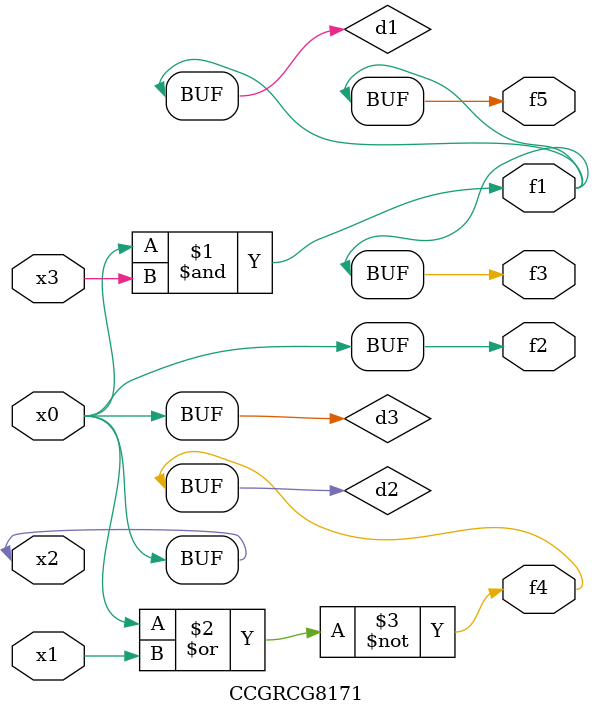
<source format=v>
module CCGRCG8171(
	input x0, x1, x2, x3,
	output f1, f2, f3, f4, f5
);

	wire d1, d2, d3;

	and (d1, x2, x3);
	nor (d2, x0, x1);
	buf (d3, x0, x2);
	assign f1 = d1;
	assign f2 = d3;
	assign f3 = d1;
	assign f4 = d2;
	assign f5 = d1;
endmodule

</source>
